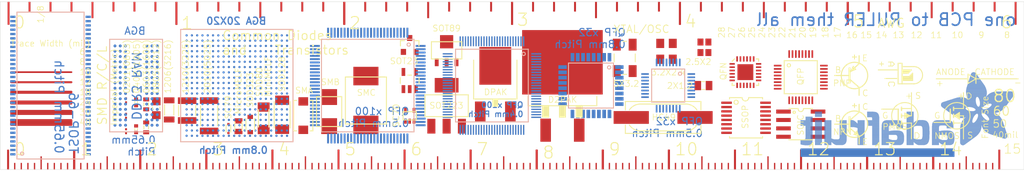
<source format=kicad_pcb>
(kicad_pcb (version 20211014) (generator pcbnew)
  (layers (0 "F.Cu" signal) (31 "B.Cu" signal) (34 "B.Paste" user) (35 "F.Paste" user) (36 "B.SilkS" user "B.Silkscreen") (37 "F.SilkS" user "F.Silkscreen") (38 "B.Mask" user) (39 "F.Mask" user) (44 "Edge.Cuts" user))
  (net 0 "")
  (footprint "eagleBoard:SOD-128" (layer "F.Cu") (at 113.7031 109.4232 90)
    (fp_text reference "E$47" hide)
    (fp_text value "" hide)
  )
  (footprint "eagleBoard:EDGE-MILLIMETERS" (layer "F.Cu") (at 212.2311 117.7036)
    (fp_text reference "E$15" hide)
    (fp_text value "" hide)
  )
  (footprint "eagleBoard:0201" (layer "F.Cu") (at 90.0811 111.9124 90)
    (fp_text reference "E$60" hide)
    (fp_text value "" hide)
  )
  (footprint "eagleBoard:TQFP32-5MM" (layer "F.Cu") (at 192.1891 103.7336)
    (fp_text reference "E$58" hide)
    (fp_text value "" hide)
  )
  (footprint "eagleBoard:HC49UP" (layer "F.Cu") (at 171.3611 109.8296)
    (fp_text reference "E$39" hide)
    (fp_text value "" hide)
  )
  (footprint "eagleBoard:DIODE-SYMB" (layer "F.Cu") (at 218.0971 103.4796)
    (fp_text reference "E$52" hide)
    (fp_text value "" hide)
  )
  (footprint "eagleBoard:NPN-SYMB" (layer "F.Cu") (at 200.3171 110.8456)
    (fp_text reference "E$54" hide)
    (fp_text value "" hide)
  )
  (footprint "eagleBoard:EDGE-MILLIMETERS" (layer "F.Cu") (at 142.2311 117.7036)
    (fp_text reference "E$8" hide)
    (fp_text value "" hide)
  )
  (footprint "eagleBoard:TSSOP16" (layer "F.Cu") (at 183.8071 109.8296 -90)
    (fp_text reference "E$56" hide)
    (fp_text value "" hide)
  )
  (footprint "eagleBoard:DPAK" (layer "F.Cu") (at 145.9611 103.6066)
    (fp_text reference "E$29" hide)
    (fp_text value "" hide)
  )
  (footprint "eagleBoard:0805" (layer "F.Cu") (at 94.6531 108.4326 90)
    (fp_text reference "E$25" hide)
    (fp_text value "" hide)
  )
  (footprint "eagleBoard:EDGE-MILLIMETERS" (layer "F.Cu") (at 172.2311 117.7036)
    (fp_text reference "E$11" hide)
    (fp_text value "" hide)
  )
  (footprint "eagleBoard:SOD80C" (layer "F.Cu") (at 110.9091 109.9566 90)
    (fp_text reference "E$49" hide)
    (fp_text value "" hide)
  )
  (footprint "eagleBoard:SOT89" (layer "F.Cu") (at 138.5951 99.6696)
    (fp_text reference "E$32" hide)
    (fp_text value "" hide)
  )
  (footprint "eagleBoard:EDGE-INCHES-EIGTH" (layer "F.Cu") (at 173.9011 92.3036)
    (fp_text reference "E$21" hide)
    (fp_text value "" hide)
  )
  (footprint "eagleBoard:0402" (layer "F.Cu") (at 91.6051 111.6076 90)
    (fp_text reference "E$61" hide)
    (fp_text value "" hide)
  )
  (footprint "eagleBoard:PMOS-SYMB" (layer "F.Cu") (at 207.9371 109.5756)
    (fp_text reference "E$51" hide)
    (fp_text value "" hide)
  )
  (footprint "eagleBoard:EDGE-MILLIMETERS" (layer "F.Cu") (at 82.2311 117.7036)
    (fp_text reference "E$2" hide)
    (fp_text value "" hide)
  )
  (footprint "eagleBoard:EDGE-MILLIMETERS" (layer "F.Cu") (at 132.2311 117.7036)
    (fp_text reference "E$7" hide)
    (fp_text value "" hide)
  )
  (footprint "eagleBoard:EDGE-MILLIMETERS" (layer "F.Cu") (at 162.2311 117.7036)
    (fp_text reference "E$10" hide)
    (fp_text value "" hide)
  )
  (footprint "eagleBoard:EDGE-INCHES-EIGTH" (layer "F.Cu") (at 97.7011 92.3036)
    (fp_text reference "E$18" hide)
    (fp_text value "" hide)
  )
  (footprint "eagleBoard:0201" (layer "F.Cu") (at 90.0811 107.2388 90)
    (fp_text reference "E$16" hide)
    (fp_text value "" hide)
  )
  (footprint "eagleBoard:EDGE-MILLIMETERS" (layer "F.Cu") (at 112.2311 117.7036)
    (fp_text reference "E$5" hide)
    (fp_text value "" hide)
  )
  (footprint "eagleBoard:SOT23-5" (layer "F.Cu") (at 133.0071 104.2416)
    (fp_text reference "E$33" hide)
    (fp_text value "" hide)
  )
  (footprint "eagleBoard:EDGE-INCHES-EIGTH" (layer "F.Cu") (at 148.5011 92.3036)
    (fp_text reference "E$20" hide)
    (fp_text value "" hide)
  )
  (footprint "eagleBoard:EDGE-INCHES-EIGTH" (layer "F.Cu") (at 123.1011 92.3036)
    (fp_text reference "E$19" hide)
    (fp_text value "" hide)
  )
  (footprint "eagleBoard:EDGE-MILLIMETERS" (layer "F.Cu") (at 202.2311 117.7036)
    (fp_text reference "E$14" hide)
    (fp_text value "" hide)
  )
  (footprint "eagleBoard:0603" (layer "F.Cu") (at 93.1291 107.8484 90)
    (fp_text reference "E$24" hide)
    (fp_text value "" hide)
  )
  (footprint "eagleBoard:XTAL-2X1.2" (layer "F.Cu") (at 177.4571 105.0036)
    (fp_text reference "E$40" hide)
    (fp_text value "" hide)
  )
  (footprint "eagleBoard:SMC" (layer "F.Cu") (at 126.3777 107.2642 90)
    (fp_text reference "E$45" hide)
    (fp_text value "" hide)
  )
  (footprint "eagleBoard:EDGE-MILLIMETERS" (layer "F.Cu") (at 192.2311 117.7036)
    (fp_text reference "E$13" hide)
    (fp_text value "" hide)
  )
  (footprint "eagleBoard:SOT23-3" (layer "F.Cu") (at 133.0071 98.9076)
    (fp_text reference "E$34" hide)
    (fp_text value "" hide)
  )
  (footprint "eagleBoard:ALL-HOLES" (layer "F.Cu") (at 180.2511 98.3996)
    (fp_text reference "E$46" hide)
    (fp_text value "" hide)
  )
  (footprint "eagleBoard:1206" (layer "F.Cu") (at 96.6089 108.6866 90)
    (fp_text reference "E$26" hide)
    (fp_text value "" hide)
  )
  (footprint "eagleBoard:EDGE-INCHES-EIGTH" (layer "F.Cu") (at 72.3011 92.3036)
    (fp_text reference "E$17" hide)
    (fp_text value "" hide)
  )
  (footprint "eagleBoard:SC70" (layer "F.Cu") (at 133.0071 109.5756)
    (fp_text reference "E$35" hide)
    (fp_text value "" hide)
  )
  (footprint "eagleBoard:EDGE-MILLIMETERS" (layer "F.Cu") (at 182.2311 117.7036)
    (fp_text reference "E$12" hide)
    (fp_text value "" hide)
  )
  (footprint "eagleBoard:QFN-24" (layer "F.Cu") (at 183.8071 102.9716)
    (fp_text reference "E$55" hide)
    (fp_text value "" hide)
  )
  (footprint "eagleBoard:CRYSTAL-SMD-5X3.2" (layer "F.Cu") (at 165.5445 100.8126 90)
    (fp_text reference "E$36" hide)
    (fp_text value "" hide)
  )
  (footprint "eagleBoard:PNP-SYMB" (layer "F.Cu") (at 200.3171 103.4796)
    (fp_text reference "E$59" hide)
    (fp_text value "" hide)
  )
  (footprint "eagleBoard:EDGE-MILLIMETERS" (layer "F.Cu") (at 92.2311 117.7036)
    (fp_text reference "E$3" hide)
    (fp_text value "" hide)
  )
  (footprint "eagleBoard:EDGE-MILLIMETERS" (layer "F.Cu") (at 102.2311 117.7036)
    (fp_text reference "E$4" hide)
    (fp_text value "" hide)
  )
  (footprint "eagleBoard:EDGE-MILLIMETERS" (layer "F.Cu") (at 122.2311 117.7036)
    (fp_text reference "E$6" hide)
    (fp_text value "" hide)
  )
  (footprint "eagleBoard:D2PAK" (layer "F.Cu") (at 156.1211 103.4796)
    (fp_text reference "E$30" hide)
    (fp_text value "" hide)
  )
  (footprint "eagleBoard:SMB-DIODE" (layer "F.Cu") (at 120.8151 108.9406 90)
    (fp_text reference "E$44" hide)
    (fp_text value "" hide)
  )
  (footprint "eagleBoard:2010" (layer "F.Cu") (at 102.6541 109.5756 90)
    (fp_text reference "E$28" hide)
    (fp_text value "" hide)
  )
  (footprint "eagleBoard:LED-GUIDE" (layer "F.Cu") (at 206.9211 103.7336 -90)
    (fp_text reference "E$53" hide)
    (fp_text value "" hide)
  )
  (footprint "eagleBoard:EDGE-MILLIMETERS" (layer "F.Cu") (at 152.2311 117.7036)
    (fp_text reference "E$9" hide)
    (fp_text value "" hide)
  )
  (footprint "eagleBoard:0603" (layer "F.Cu") (at 93.1291 111.3282 90)
    (fp_text reference "E$62" hide)
    (fp_text value "" hide)
  )
  (footprint "eagleBoard:MICROMELF-R" (layer "F.Cu") (at 107.0991 111.1504 90)
    (fp_text reference "E$41" hide)
    (fp_text value "" hide)
  )
  (footprint "eagleBoard:SO08" (layer "F.Cu") (at 192.1891 110.8456 -90)
    (fp_text reference "E$57" hide)
    (fp_text value "" hide)
  )
  (footprint "eagleBoard:EDGE-MILLIMETERS" (layer "F.Cu") (at 72.2311 117.7036)
    (fp_text reference "E$1" hide)
    (fp_text value "" hide)
  )
  (footprint "eagleBoard:SOT223" (layer "F.Cu") (at 138.5951 108.0516)
    (fp_text reference "E$31" hide)
    (fp_text value "" hide)
  )
  (footprint "eagleBoard:EDGE-INCHES-EIGTH" (layer "F.Cu") (at 199.3011 92.3036)
    (fp_text reference "E$22" hide)
    (fp_text value "" hide)
  )
  (footprint "eagleBoard:CRYSTAL-SMD-3.2X2.5" (layer "F.Cu") (at 171.8691 99.822 90)
    (fp_text reference "E$37" hide)
    (fp_text value "" hide)
  )
  (footprint "eagleBoard:SC79_INFINEON" (layer "F.Cu") (at 105.5751 111.506 90)
    (fp_text reference "E$42" hide)
    (fp_text value "" hide)
  )
  (footprint "eagleBoard:0201" (layer "F.Cu") (at 90.0811 109.5756 90)
    (fp_text reference "E$63" hide)
    (fp_text value "" hide)
  )
  (footprint "eagleBoard:SOD-323" (layer "F.Cu") (at 108.8771 110.8964 -90)
    (fp_text reference "E$48" hide)
    (fp_text value "" hide)
  )
  (footprint "eagleBoard:NMOS-SYMB" (layer "F.Cu") (at 215.8111 109.5756)
    (fp_text reference "E$50" hide)
    (fp_text value "" hide)
  )
  (footprint "eagleBoard:0402" (layer "F.Cu") (at 91.6051 107.5436 90)
    (fp_text reference "E$23" hide)
    (fp_text value "" hide)
  )
  (footprint "eagleBoard:1210" (layer "F.Cu") (at 99.3267 108.7882 -90)
    (fp_text reference "E$27" hide)
    (fp_text value "" hide)
  )
  (footprint "eagleBoard:CRYSTAL-SMD-2.5X2" (layer "F.Cu") (at 177.6095 99.2124 90)
    (fp_text reference "E$38" hide)
    (fp_text value "" hide)
  )
  (footprint "eagleBoard:SMA-DIODE" (layer "F.Cu") (at 116.9035 109.5502 -90)
    (fp_text reference "E$43" hide)
    (fp_text value "" hide)
  )
  (footprint "eagleBoard:TQFP100" (layer "B.Cu") (at 126.6571 105.0036 180)
    (fp_text reference "E$65" hide)
    (fp_text value "" hide)
  )
  (footprint "eagleBoard:BGA-0.8MM-P-19X19" (layer "B.Cu") (at 106.8451 105.0036 180)
    (fp_text reference "E$67" hide)
    (fp_text value "" hide)
  )
  (footprint "eagleBoard:TQFP-100-12X12MM" (layer "B.Cu") (at 145.4531 105.0036 180)
    (fp_text reference "E$68" hide)
    (fp_text value "" hide)
  )
  (footprint "eagleBoard:TQFP32-5MM" (layer "B.Cu") (at 172.1231 105.0036 180)
    (fp_text reference "E$70" hide)
    (fp_text value "" hide)
  )
  (footprint "eagleBoard:BGA-96-14X8MM" (layer "B.Cu") (at 91.6051 105.0036 180)
    (fp_text reference "E$71" hide)
    (fp_text value "" hide)
  )
  (footprint "eagleBoard:TQFP32-08" (layer "B.Cu") (at 160.4391 105.0036 180)
    (fp_text reference "E$69" hide)
    (fp_text value "" hide)
  )
  (footprint "eagleBoard:ADAFRUIT-LOGO-0.5IN" (layer "B.Cu") (at 224.4471 115.6716 180)
    (fp_text reference "E$72" hide)
    (fp_text value "" hide)
  )
  (footprint "eagleBoard:TSOP-66" (layer "B.Cu") (at 78.6511 105.0036 90)
    (fp_text reference "E$66" hide)
    (fp_text value "" hide)
  )
  (gr_line (start 225.9711 92.3036) (end 225.9711 117.7036) (layer "Edge.Cuts") (width 0.05))
  (gr_line (start 71.0311 92.3036) (end 225.9711 92.3036) (layer "Edge.Cuts") (width 0.05))
  (gr_line (start 225.9711 117.7036) (end 71.0311 117.7036) (layer "Edge.Cuts") (width 0.05))
  (gr_line (start 71.0311 117.7036) (end 71.0311 92.3036) (layer "Edge.Cuts") (width 0.05))
  (gr_text "BGA" (at 93.1291 97.3836) (layer "B.Cu") (effects (font (size 1.1176 1.1176) (thickness 0.1524)) (justify left bottom mirror)))
  (gr_text "QFP x32\n0.5mm Pitch" (at 177.4571 112.8776) (layer "B.Cu") (effects (font (size 1.1176 1.1176) (thickness 0.1524)) (justify left bottom mirror)))
  (gr_text "0.65mm\nPitch" (at 94.6531 115.6716) (layer "B.Cu") (effects (font (size 1.1176 1.1176) (thickness 0.1524)) (justify left bottom mirror)))
  (gr_text "BGA 20X20" (at 111.4171 95.8596) (layer "B.Cu") (effects (font (size 1.0795 1.0795) (thickness 0.1905)) (justify left bottom mirror)))
  (gr_text "one PCB to RULER them all" (at 224.9551 96.1136) (layer "B.Cu") (effects (font (size 1.84404 1.84404) (thickness 0.25146)) (justify left bottom mirror)))
  (gr_text "QFP x32\n0.8mm Pitch" (at 165.7731 99.4156) (layer "B.Cu") (effects (font (size 1.1176 1.1176) (thickness 0.1524)) (justify left bottom mirror)))
  (gr_text "0.8mm Pitch" (at 101.0031 114.1476) (layer "B.Cu") (effects (font (size 1.0795 1.0795) (thickness 0.1905)) (justify right top mirror)))
  (gr_text "QFP x100\n0.5mm Pitch" (at 133.0071 111.3536) (layer "B.Cu") (effects (font (size 1.1176 1.1176) (thickness 0.1524)) (justify left bottom mirror)))
  (gr_text "TSOP-66\n0.65mm Pitch" (at 79.1591 115.4176 -90) (layer "B.Cu") (effects (font (size 1.34112 1.34112) (thickness 0.18288)) (justify left bottom mirror)))
  (gr_text "QFP x100\n0.4mm Pitch" (at 150.2791 109.8296) (layer "B.Cu") (effects (font (size 0.8636 0.8636) (thickness 0.1524)) (justify left bottom mirror)))
  (gr_text "DDR3 RAM" (at 90.8431 110.3376 -90) (layer "B.Cu") (effects (font (size 1.34112 1.34112) (thickness 0.18288)) (justify left bottom mirror)))
  (gr_text "40" (at 82.9691 111.0996) (layer "F.SilkS") (effects (font (size 0.9144 0.9144) (thickness 0.1016)) (justify left bottom)))
  (gr_text "2010(5025)" (at 102.9335 106.2736 90) (layer "F.SilkS") (effects (font (size 0.9144 0.9144) (thickness 0.1016)) (justify left bottom)))
  (gr_text "28" (at 180.7591 97.8916 90) (layer "F.SilkS") (effects (font (size 0.9144 0.9144) (thickness 0.1016)) (justify left bottom)))
  (gr_text "SC70" (at 131.4831 111.3536 90) (layer "F.SilkS") (effects (font (size 0.9144 0.9144) (thickness 0.1016)) (justify left bottom)))
  (gr_text "SOT23" (at 129.9591 101.8286) (layer "F.SilkS") (effects (font (size 0.9144 0.9144) (thickness 0.1016)) (justify left bottom)))
  (gr_text "8" (at 82.9691 101.9556) (layer "F.SilkS") (effects (font (size 0.9144 0.9144) (thickness 0.1016)) (justify left bottom)))
  (gr_text "SMD R/C/L" (at 87.2871 111.0996 90) (layer "F.SilkS") (effects (font (size 1.3716 1.3716) (thickness 0.1524)) (justify left bottom)))
  (gr_text "9" (at 163.0311 115.7036) (layer "F.SilkS") (effects (font (size 1.84 1.84) (thickness 0.16)) (justify left bottom)))
  (gr_text "50" (at 221.1451 111.4552) (layer "F.SilkS") (effects (font (size 1.143 1.143) (thickness 0.127)) (justify left bottom)))
  (gr_text "Font Size" (at 220.6371 113.1316 90) (layer "F.SilkS") (effects (font (size 0.9144 0.9144) (thickness 0.1016)) (justify left bottom)))
  (gr_text "15" (at 222.799937 115.416579) (layer "F.SilkS") (effects (font (size 1.40208 1.40208) (thickness 0.12192)) (justify left bottom)))
  (gr_text "8" (at 153.0311 116.2116) (layer "F.SilkS") (effects (font (size 1.84 1.84) (thickness 0.16)) (justify left bottom)))
  (gr_text "Common Diodes\nand    Transistors" (at 104.5591 100.4316) (layer "F.SilkS") (effects (font (size 1.3716 1.3716) (thickness 0.1524)) (justify left bottom)))
  (gr_text "16" (at 198.9963 97.8916) (layer "F.SilkS") (effects (font (size 0.9144 0.9144) (thickness 0.1016)) (justify left bottom)))
  (gr_text "QFN" (at 181.0131 104.2416 90) (layer "F.SilkS") (effects (font (size 0.9144 0.9144) (thickness 0.1016)) (justify left bottom)))
  (gr_text "6" (at 82.9691 100.4316) (layer "F.SilkS") (effects (font (size 0.9144 0.9144) (thickness 0.1016)) (justify left bottom)))
  (gr_text "SSOP" (at 184.3151 111.6076 90) (layer "F.SilkS") (effects (font (size 0.9144 0.9144) (thickness 0.1016)) (justify left bottom)))
  (gr_text "80" (at 221.1451 107.6452) (layer "F.SilkS") (effects (font (size 1.8288 1.8288) (thickness 0.2032)) (justify left bottom)))
  (gr_text "8" (at 222.8977 97.8916) (layer "F.SilkS") (effects (font (size 0.9144 0.9144) (thickness 0.1016)) (justify left bottom)))
  (gr_text "1" (at 83.0311 115.7036) (layer "F.SilkS") (effects (font (size 1.84 1.84) (thickness 0.16)) (justify left bottom)))
  (gr_text "3.2X2.4" (at 174.8155 102.4636) (layer "F.SilkS") (effects (font (size 0.9144 0.9144) (thickness 0.1016)) (justify right top)))
  (gr_text "18" (at 196.4309 97.8916 90) (layer "F.SilkS") (effects (font (size 0.9144 0.9144) (thickness 0.1016)) (justify left bottom)))
  (gr_text "22" (at 189.9031 97.8916 90) (layer "F.SilkS") (effects (font (size 0.9144 0.9144) (thickness 0.1016)) (justify left bottom)))
  (gr_text "0" (at 72.9676 96.5266) (layer "F.SilkS") (effects (font (size 1.84 1.84) (thickness 0.16)) (justify left bottom)))
  (gr_text "SOD80" (at 110.7821 106.7816 90) (layer "F.SilkS") (effects (font (size 0.9144 0.9144) (thickness 0.1016)) (justify left bottom)))
  (gr_text "1206(3216)" (at 96.9391 106.2736 90) (layer "F.SilkS") (effects (font (size 0.9144 0.9144) (thickness 0.1016)) (justify left bottom)))
  (gr_text "6" (at 133.0311 115.7036) (layer "F.SilkS") (effects (font (size 1.84 1.84) (thickness 0.16)) (justify left bottom)))
  (gr_text "10" (at 82.9691 103.4796) (layer "F.SilkS") (effects (font (size 0.9144 0.9144) (thickness 0.1016)) (justify left bottom)))
  (gr_text "3" (at 149.1361 96.1136) (layer "F.SilkS") (effects (font (size 1.84 1.84) (thickness 0.16)) (justify left bottom)))
  (gr_text "2" (at 123.7361 96.6216) (layer "F.SilkS") (effects (font (size 1.84 1.84) (thickness 0.16)) (justify left bottom)))
  (gr_text "4" (at 174.5361 96.3676) (layer "F.SilkS") (effects (font (size 1.84 1.84) (thickness 0.16)) (justify left bottom)))
  (gr_text "5X3.2" (at 163.7411 105.2576) (layer "F.SilkS") (effects (font (size 0.9144 0.9144) (thickness 0.1016)) (justify left bottom)))
  (gr_text "5" (at 199.9361 96.3676) (layer "F.SilkS") (effects (font (size 1.84 1.84) (thickness 0.16)) (justify left bottom)))
  (gr_text "Imperial (Metric)" (at 88.8111 111.0996 90) (layer "F.SilkS") (effects (font (size 0.9144 0.9144) (thickness 0.1016)) (justify left bottom)))
  (gr_text "SMC" (at 127.9271 105.537) (layer "F.SilkS") (effects (font (size 0.9144 0.9144) (thickness 0.1016)) (justify right top)))
  (gr_text "SMB" (at 119.5197 105.0036) (layer "F.SilkS") (effects (font (size 0.9144 0.9144) (thickness 0.1016)) (justify left bottom)))
  (gr_text "QFP" (at 192.6971 105.0036 90) (layer "F.SilkS") (effects (font (size 0.9144 0.9144) (thickness 0.1016)) (justify left bottom)))
  (gr_text "15" (at 201.1553 97.8916) (layer "F.SilkS") (effects (font (size 0.9144 0.9144) (thickness 0.1016)) (justify left bottom)))
  (gr_text "2X1.2" (at 175.9331 104.4956) (layer "F.SilkS") (effects (font (size 0.9144 0.9144) (thickness 0.1016)) (justify right top)))
  (gr_text "24" (at 186.8551 97.8916 90) (layer "F.SilkS") (effects (font (size 0.9144 0.9144) (thickness 0.1016)) (justify left bottom)))
  (gr_text "DPAK" (at 144.1831 106.5276) (layer "F.SilkS") (effects (font (size 0.9144 0.9144) (thickness 0.1016)) (justify left bottom)))
  (gr_text "5" (at 123.0311 115.7036) (layer "F.SilkS") (effects (font (size 1.84 1.84) (thickness 0.16)) (justify left bottom)))
  (gr_text "SMA" (at 115.6081 106.2736) (layer "F.SilkS") (effects (font (size 0.9144 0.9144) (thickness 0.1016)) (justify left bottom)))
  (gr_text "13" (at 206.0321 97.8916) (layer "F.SilkS") (effects (font (size 0.9144 0.9144) (thickness 0.1016)) (justify left bottom)))
  (gr_text "SOD128" (at 114.2111 106.0196 90) (layer "F.SilkS") (effects (font (size 0.9144 0.9144) (thickness 0.1016)) (justify left bottom)))
  (gr_text "1210(3225)" (at 99.6315 106.2736 90) (layer "F.SilkS") (effects (font (size 0.9144 0.9144) (thickness 0.1016)) (justify left bottom)))
  (gr_text "4" (at 113.0311 115.7036) (layer "F.SilkS") (effects (font (size 1.84 1.84) (thickness 0.16)) (justify left bottom)))
  (gr_text "AWG" (at 203.7207 96.3676) (layer "F.SilkS") (effects (font (size 1.3716 1.3716) (thickness 0.1524)) (justify left bottom)))
  (gr_text "12" (at 193.0311 115.7036) (layer "F.SilkS") (effects (font (size 1.84 1.84) (thickness 0.16)) (justify left bottom)))
  (gr_text "10" (at 173.0311 115.7036) (layer "F.SilkS") (effects (font (size 1.84 1.84) (thickness 0.16)) (justify left bottom)))
  (gr_text "11" (at 211.7471 97.8916) (layer "F.SilkS") (effects (font (size 0.9144 0.9144) (thickness 0.1016)) (justify left bottom)))
  (gr_text "MiniMELF" (at 112.1029 106.7816 90) (layer "F.SilkS") (effects (font (size 0.9144 0.9144) (thickness 0.1016)) (justify left bottom)))
  (gr_text "7" (at 143.0311 115.7036) (layer "F.SilkS") (effects (font (size 1.84 1.84) (thickness 0.16)) (justify left bottom)))
  (gr_text "SOIC" (at 192.6971 112.6236 90) (layer "F.SilkS") (effects (font (size 0.9144 0.9144) (thickness 0.1016)) (justify left bottom)))
  (gr_text "SOT89" (at 136.3853 96.8756) (layer "F.SilkS") (effects (font (size 0.9144 0.9144) (thickness 0.1016)) (justify left bottom)))
  (gr_text "SC79" (at 106.0831 110.1344 90) (layer "F.SilkS") (effects (font (size 0.9144 0.9144) (thickness 0.1016)) (justify left bottom)))
  (gr_text "25" (at 185.3311 97.8916 90) (layer "F.SilkS") (effects (font (size 0.9144 0.9144) (thickness 0.1016)) (justify left bottom)))
  (gr_text "24" (at 82.9691 108.0516) (layer "F.SilkS") (effects (font (size 0.9144 0.9144) (thickness 0.1016)) (justify left bottom)))
  (gr_text "10" (at 214.9729 97.8916) (layer "F.SilkS") (effects (font (size 0.9144 0.9144) (thickness 0.1016)) (justify left bottom)))
  (gr_text "23" (at 188.3791 97.8916 90) (layer "F.SilkS") (effects (font (size 0.9144 0.9144) (thickness 0.1016)) (justify left bottom)))
  (gr_text "60" (at 221.1451 109.6772) (layer "F.SilkS") (effects (font (size 1.3716 1.3716) (thickness 0.1524)) (justify left bottom)))
  (gr_text "HC49" (at 169.5831 110.3376) (layer "F.SilkS") (effects (font (size 0.9144 0.9144) (thickness 0.1016)) (justify left bottom)))
  (gr_text "3" (at 103.0311 115.7036) (layer "F.SilkS") (effects (font (size 1.84 1.84) (thickness 0.16)) (justify left bottom)))
  (gr_text "26" (at 183.8071 97.8916 90) (layer "F.SilkS") (effects (font (size 0.9144 0.9144) (thickness 0.1016)) (justify left bottom)))
  (gr_text "21" (at 191.4271 97.8916 90) (layer "F.SilkS") (effects (font (size 0.9144 0.9144) (thickness 0.1016)) (justify left bottom)))
  (gr_text "11" (at 183.0311 115.7036) (layer "F.SilkS") (effects (font (size 1.84 1.84) (thickness 0.16)) (justify left bottom)))
  (gr_text "SOT223" (at 135.9281 108.5596) (layer "F.SilkS") (effects (font (size 0.9144 0.9144) (thickness 0.1016)) (justify left bottom)))
  (gr_text "27" (at 182.2831 97.8916 90) (layer "F.SilkS") (effects (font (size 0.9144 0.9144) (thickness 0.1016)) (justify left bottom)))
  (gr_text "30" (at 82.9691 109.5756) (layer "F.SilkS") (effects (font (size 0.9144 0.9144) (thickness 0.1016)) (justify left bottom)))
  (gr_text "12" (at 82.9691 105.0036) (layer "F.SilkS") (effects (font (size 0.9144 0.9144) (thickness 0.1016)) (justify left bottom)))
  (gr_text "0201(0603)\n0402(1005)\n0603(1608)\n0805(2012)" (at 95.1611 106.2736 90) (layer "F.SilkS") (effects (font (size 0.9144 0.9144) (thickness 0.1016)) (justify left bottom)))
  (gr_text "14" (at 203.4921 97.8916) (layer "F.SilkS") (effects (font (size 0.9144 0.9144) (thickness 0.1016)) (justify left bottom)))
  (gr_text "9" (at 219.0115 97.8916) (layer "F.SilkS") (effects (font (size 0.9144 0.9144) (thickness 0.1016)) (justify left bottom)))
  (gr_text "19" (at 194.5767 97.8916 90) (layer "F.SilkS") (effects (font (size 0.9144 0.9144) (thickness 0.1016)) (justify left bottom)))
  (gr_text "D2PAK" (at 153.8859 107.6706) (layer "F.SilkS") (effects (font (size 0.9144 0.9144) (thickness 0.1016)) (justify left bottom)))
  (gr_text "1" (at 98.3361 96.6216) (layer "F.SilkS") (effects (font (size 1.84 1.84) (thickness 0.16)) (justify left bottom)))
  (gr_text "SOD323" (at 109.3851 108.4072 90) (layer "F.SilkS") (effects (font (size 0.9144 0.9144) (thickness 0.1016)) (justify left bottom)))
  (gr_text "XTAL/OSC" (at 163.7411 97.1296) (layer "F.SilkS") (effects (font (size 1.143 1.143) (thickness 0.127)) (justify left bottom)))
  (gr_text "1/8" (at 76.6191 92.8116 90) (layer "F.SilkS") (effects (font (size 0.9144 0.9144) (thickness 0.1016)) (justify right top)))
  (gr_text "6" (at 224.3201 94.3356) (layer "F.SilkS") (effects (font (size 1.84 1.84) (thickness 0.16)) (justify right top)))
  (gr_text "14" (at 213.0311 115.7036) (layer "F.SilkS") (effects (font (size 1.84 1.84) (thickness 0.16)) (justify left bottom)))
  (gr_text "2.5X2" (at 174.6631 101.9556) (layer "F.SilkS") (effects (font (size 0.9144 0.9144) (thickness 0.1016)) (justify left bottom)))
  (gr_text "20" (at 193.0019 97.8916 90) (layer "F.SilkS") (effects (font (size 0.9144 0.9144) (thickness 0.1016)) (justify left bottom)))
  (gr_text "Trace Width (mil)" (at 72.5551 99.1616) (layer "F.SilkS") (effects (font (size 0.9144 0.9144) (thickness 0.1016)) (justify left bottom)))
  (gr_text "18" (at 82.9691 106.5276) (layer "F.SilkS") (effects (font (size 0.9144 0.9144) (thickness 0.1016)) (justify left bottom)))
  (gr_text "40mil" (at 221.1451 113.0046) (layer "F.SilkS") (effects (font (size 0.9144 0.9144) (thickness 0.1016)) (justify left bottom)))
  (gr_text "2" (at 93.0311 115.7036) (layer "F.SilkS") (effects (font (size 1.84 1.84) (thickness 0.16)) (justify left bottom)))
  (gr_text "12" (at 208.7753 97.8916) (layer "F.SilkS") (effects (font (size 0.9144 0.9144) (thickness 0.1016)) (justify left bottom)))
  (gr_text "0" (at 73.0311 115.7036) (layer "F.SilkS") (effects (font (size 1.84 1.84) (thickness 0.16)) (justify left bottom)))
  (gr_text "MicroMELF" (at 107.6071 109.4232 90) (layer "F.SilkS") (effects (font (size 0.9144 0.9144) (thickness 0.1016)) (justify left bottom)))
  (gr_text "13" (at 203.0311 115.7036) (layer "F.SilkS") (effects (font (size 1.84 1.84) (thickness 0.16)) (justify left bottom)))
  (gr_text "17" (at 198.2851 97.8916 90) (layer "F.SilkS") (effects (font (size 0.9144 0.9144) (thickness 0.1016)) (justify left bottom)))
  (zone (net 0) (net_name "") (layer "F.Cu") (connect_pads (clearance 0.508)) (min_thickness 0.254) (fill yes (thermal_gap 0.508) (thermal_bridge_width 0.508))
    (polygon (pts (xy 72.5551 109.4486) (xy 81.9531 109.4486) (xy 81.9531 108.6866) (xy 72.5551 108.6866)))
  )
  (zone (net 0) (net_name "") (layer "F.Cu") (connect_pads (clearance 0.508)) (min_thickness 0.254) (fill yes (thermal_gap 0.508) (thermal_bridge_width 0.508))
    (polygon (pts (xy 72.5551 104.648) (xy 81.9531 104.648) (xy 81.9531 104.3432) (xy 72.5551 104.3432)))
  )
  (zone (net 0) (net_name "") (layer "F.Cu") (connect_pads (clearance 0.508)) (min_thickness 0.254) (fill yes (thermal_gap 0.508) (thermal_bridge_width 0.508))
    (polygon (pts (xy 72.5551 103.0986) (xy 81.9531 103.0986) (xy 81.9531 102.8446) (xy 72.5551 102.8446)))
  )
  (zone (net 0) (net_name "") (layer "F.Cu") (connect_pads (clearance 0.508)) (min_thickness 0.254) (fill yes (thermal_gap 0.508) (thermal_bridge_width 0.508))
    (polygon (pts (xy 72.5551 107.8738) (xy 81.9531 107.8738) (xy 81.9531 107.2642) (xy 72.5551 107.2642)))
  )
  (zone (net 0) (net_name "") (layer "F.Cu") (connect_pads (clearance 0.508)) (min_thickness 0.254) (fill yes (thermal_gap 0.508) (thermal_bridge_width 0.508))
    (polygon (pts (xy 72.5551 111.0996) (xy 81.9531 111.0996) (xy 81.9531 110.0836) (xy 72.5551 110.0836)))
  )
  (zone (net 0) (net_name "") (layer "F.Cu") (connect_pads (clearance 0.508)) (min_thickness 0.254) (fill yes (thermal_gap 0.508) (thermal_bridge_width 0.508))
    (polygon (pts (xy 72.5551 106.2482) (xy 81.9531 106.2482) (xy 81.9531 105.791) (xy 72.5551 105.791)))
  )
  (zone (net 0) (net_name "") (layer "B.Cu") (priority 6) (connect_pads yes (clearance 0.00254)) (min_thickness 0.0254) (fill yes (thermal_gap 0.508) (thermal_bridge_width 0.508))
    (polygon (pts (xy 215.449151 115.793189) (xy 192.144648 115.793189) (xy 192.144648 114.509549) (xy 215.449151 114.509549)))
  )
)
</source>
